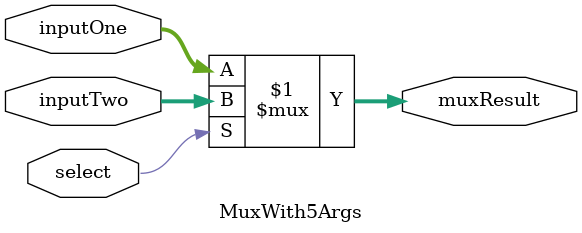
<source format=v>
`timescale 1ns / 1ps

module MuxWith5Args(inputOne, inputTwo, select, muxResult);

	input [4:0] inputOne;
	input [4:0] inputTwo;
	input select;
	
	output [4:0] muxResult;
	
	assign muxResult = (select) ? inputTwo : inputOne;



endmodule

</source>
